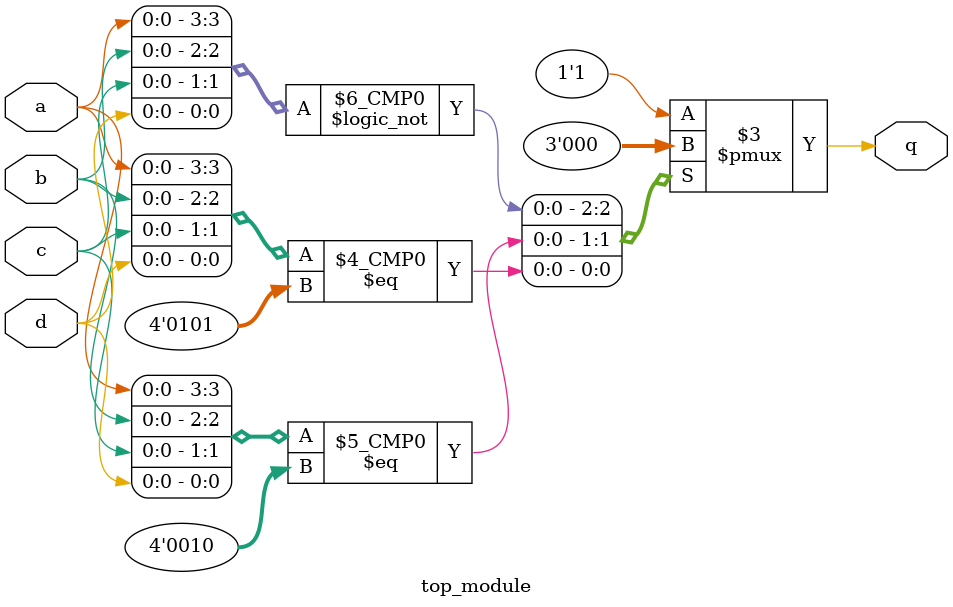
<source format=sv>
module top_module (
    input a,
    input b,
    input c,
    input d,
    output reg q
);

always @(*) begin
    case ({a, b, c, d})
        4'b0000: q = 0;
        4'b0010: q = 0;
        4'b0101: q = 0;
        default: q = 1;
    endcase
end

endmodule

</source>
